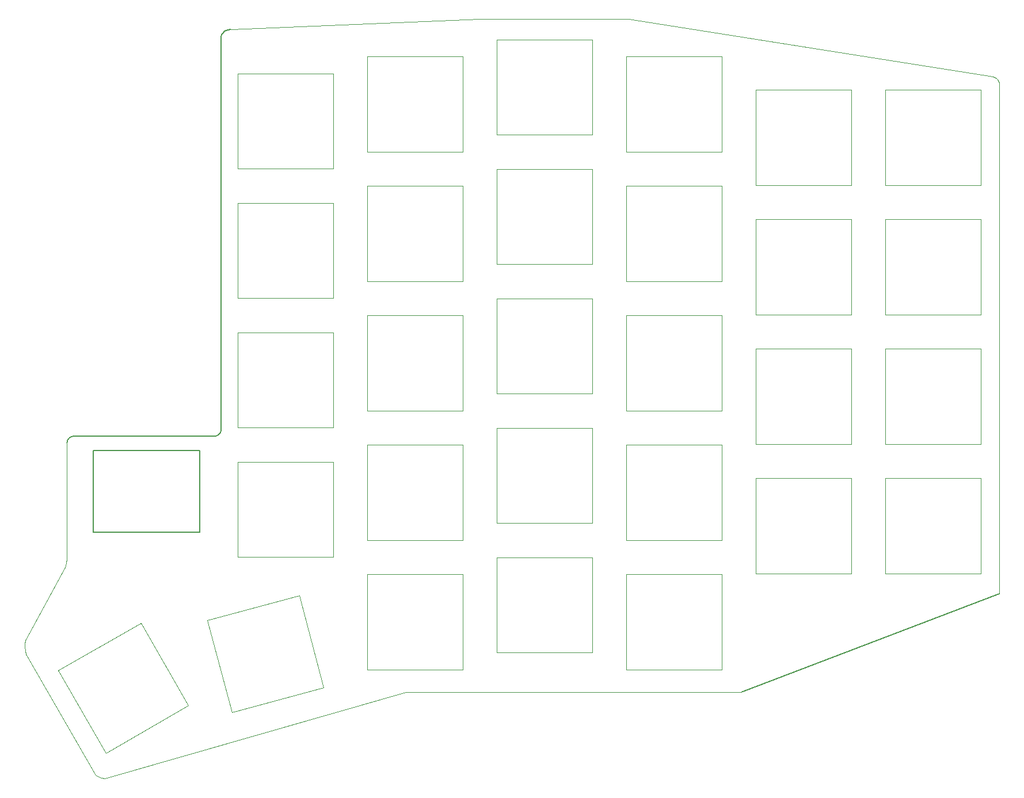
<source format=gbr>
G04 #@! TF.GenerationSoftware,KiCad,Pcbnew,(5.1.9-0-10_14)*
G04 #@! TF.CreationDate,2021-03-05T16:55:28-07:00*
G04 #@! TF.ProjectId,SofleKeyboardTopPlate,536f666c-654b-4657-9962-6f617264546f,rev?*
G04 #@! TF.SameCoordinates,Original*
G04 #@! TF.FileFunction,Profile,NP*
%FSLAX46Y46*%
G04 Gerber Fmt 4.6, Leading zero omitted, Abs format (unit mm)*
G04 Created by KiCad (PCBNEW (5.1.9-0-10_14)) date 2021-03-05 16:55:28*
%MOMM*%
%LPD*%
G01*
G04 APERTURE LIST*
G04 #@! TA.AperFunction,Profile*
%ADD10C,0.150000*%
G04 #@! TD*
G04 #@! TA.AperFunction,Profile*
%ADD11C,0.100000*%
G04 #@! TD*
G04 #@! TA.AperFunction,Profile*
%ADD12C,0.120000*%
G04 #@! TD*
G04 APERTURE END LIST*
D10*
X112995000Y-38000000D02*
X113395000Y-37900000D01*
X112695000Y-38100000D02*
X112995000Y-38000000D01*
X112495000Y-38200000D02*
X112695000Y-38100000D01*
X112295000Y-38400000D02*
X112495000Y-38200000D01*
X112095000Y-38700000D02*
X112295000Y-38400000D01*
X111995000Y-39045000D02*
X112095000Y-38700000D01*
X111995000Y-96800000D02*
G75*
G02*
X110995000Y-97800000I-1000000J0D01*
G01*
X89300000Y-98800000D02*
G75*
G02*
X90300000Y-97800000I1000000J0D01*
G01*
X108795000Y-111945000D02*
X108795000Y-105945000D01*
X93195000Y-111945000D02*
X108795000Y-111945000D01*
X93195000Y-99945000D02*
X93195000Y-111945000D01*
X108795000Y-99945000D02*
X93195000Y-99945000D01*
X108795000Y-105945000D02*
X108795000Y-99945000D01*
X111995000Y-96800000D02*
X111995000Y-39045000D01*
X90300000Y-97800000D02*
X110995000Y-97800000D01*
D11*
X225856871Y-45026466D02*
X226021621Y-45140600D01*
X89270257Y-115845000D02*
X89300000Y-98800000D01*
X226163321Y-45280582D02*
X226278881Y-45442807D01*
X149995000Y-36445000D02*
X171945000Y-36445000D01*
X226021621Y-45140600D02*
X226163321Y-45280582D01*
X139149128Y-135445000D02*
X94895000Y-148195000D01*
X83095000Y-128345000D02*
X83195000Y-127845000D01*
X83295000Y-129845000D02*
X83145000Y-129345000D01*
X139149128Y-135445000D02*
X188495000Y-135445000D01*
X149995000Y-36445000D02*
X113395000Y-37900000D01*
X226365281Y-45623672D02*
X226419381Y-45819571D01*
X83195000Y-127845000D02*
X88995000Y-117095000D01*
X226419381Y-45819571D02*
X226438181Y-46026902D01*
X226438181Y-46026902D02*
X226465181Y-120945000D01*
X225470441Y-44890146D02*
X225672111Y-44941776D01*
X93545000Y-147645000D02*
X93895000Y-147945000D01*
X83095000Y-128745000D02*
X83095000Y-128345000D01*
X89195000Y-116495000D02*
X88995000Y-117095000D01*
D10*
X226465181Y-120945000D02*
X188495000Y-135445000D01*
D11*
X225672111Y-44941776D02*
X225856871Y-45026466D01*
X93895000Y-147945000D02*
X94345000Y-148095000D01*
X83145000Y-129345000D02*
X83095000Y-128745000D01*
X94345000Y-148095000D02*
X94895000Y-148195000D01*
X89270257Y-115845000D02*
X89195000Y-116495000D01*
X171945000Y-36445000D02*
X225470441Y-44890146D01*
X93545000Y-147645000D02*
X83295000Y-129845000D01*
X226278881Y-45442807D02*
X226365281Y-45623672D01*
D12*
X209697800Y-103991400D02*
X209697800Y-117991400D01*
X209697800Y-117991400D02*
X223697800Y-117991400D01*
X223697800Y-117991400D02*
X223697800Y-103991400D01*
X223697800Y-103991400D02*
X209697800Y-103991400D01*
X88045622Y-132279222D02*
X95045622Y-144403578D01*
X100169978Y-125279222D02*
X88045622Y-132279222D01*
X107169978Y-137403578D02*
X100169978Y-125279222D01*
X95045622Y-144403578D02*
X107169978Y-137403578D01*
X113548053Y-138414614D02*
X127071014Y-134791147D01*
X109924586Y-124891653D02*
X113548053Y-138414614D01*
X123447547Y-121268186D02*
X109924586Y-124891653D01*
X127071014Y-134791147D02*
X123447547Y-121268186D01*
X114447800Y-101591400D02*
X114447800Y-115591400D01*
X114447800Y-115591400D02*
X128447800Y-115591400D01*
X128447800Y-115591400D02*
X128447800Y-101591400D01*
X128447800Y-101591400D02*
X114447800Y-101591400D01*
X128447800Y-82541400D02*
X114447800Y-82541400D01*
X128447800Y-96541400D02*
X128447800Y-82541400D01*
X114447800Y-96541400D02*
X128447800Y-96541400D01*
X114447800Y-82541400D02*
X114447800Y-96541400D01*
X114447800Y-63491400D02*
X114447800Y-77491400D01*
X114447800Y-77491400D02*
X128447800Y-77491400D01*
X128447800Y-77491400D02*
X128447800Y-63491400D01*
X128447800Y-63491400D02*
X114447800Y-63491400D01*
X128447800Y-44441400D02*
X114447800Y-44441400D01*
X128447800Y-58441400D02*
X128447800Y-44441400D01*
X114447800Y-58441400D02*
X128447800Y-58441400D01*
X114447800Y-44441400D02*
X114447800Y-58441400D01*
X133497800Y-118141400D02*
X133497800Y-132141400D01*
X133497800Y-132141400D02*
X147497800Y-132141400D01*
X147497800Y-132141400D02*
X147497800Y-118141400D01*
X147497800Y-118141400D02*
X133497800Y-118141400D01*
X147497800Y-99091400D02*
X133497800Y-99091400D01*
X147497800Y-113091400D02*
X147497800Y-99091400D01*
X133497800Y-113091400D02*
X147497800Y-113091400D01*
X133497800Y-99091400D02*
X133497800Y-113091400D01*
X133497800Y-80041400D02*
X133497800Y-94041400D01*
X133497800Y-94041400D02*
X147497800Y-94041400D01*
X147497800Y-94041400D02*
X147497800Y-80041400D01*
X147497800Y-80041400D02*
X133497800Y-80041400D01*
X147497800Y-60991400D02*
X133497800Y-60991400D01*
X147497800Y-74991400D02*
X147497800Y-60991400D01*
X133497800Y-74991400D02*
X147497800Y-74991400D01*
X133497800Y-60991400D02*
X133497800Y-74991400D01*
X133497800Y-41941400D02*
X133497800Y-55941400D01*
X133497800Y-55941400D02*
X147497800Y-55941400D01*
X147497800Y-55941400D02*
X147497800Y-41941400D01*
X147497800Y-41941400D02*
X133497800Y-41941400D01*
X166547800Y-115641400D02*
X152547800Y-115641400D01*
X166547800Y-129641400D02*
X166547800Y-115641400D01*
X152547800Y-129641400D02*
X166547800Y-129641400D01*
X152547800Y-115641400D02*
X152547800Y-129641400D01*
X152547800Y-96591400D02*
X152547800Y-110591400D01*
X152547800Y-110591400D02*
X166547800Y-110591400D01*
X166547800Y-110591400D02*
X166547800Y-96591400D01*
X166547800Y-96591400D02*
X152547800Y-96591400D01*
X166547800Y-77541400D02*
X152547800Y-77541400D01*
X166547800Y-91541400D02*
X166547800Y-77541400D01*
X152547800Y-91541400D02*
X166547800Y-91541400D01*
X152547800Y-77541400D02*
X152547800Y-91541400D01*
X152547800Y-58491400D02*
X152547800Y-72491400D01*
X152547800Y-72491400D02*
X166547800Y-72491400D01*
X166547800Y-72491400D02*
X166547800Y-58491400D01*
X166547800Y-58491400D02*
X152547800Y-58491400D01*
X166547800Y-39441400D02*
X152547800Y-39441400D01*
X166547800Y-53441400D02*
X166547800Y-39441400D01*
X152547800Y-53441400D02*
X166547800Y-53441400D01*
X152547800Y-39441400D02*
X152547800Y-53441400D01*
X171597800Y-118141400D02*
X171597800Y-132141400D01*
X171597800Y-132141400D02*
X185597800Y-132141400D01*
X185597800Y-132141400D02*
X185597800Y-118141400D01*
X185597800Y-118141400D02*
X171597800Y-118141400D01*
X185597800Y-99091400D02*
X171597800Y-99091400D01*
X185597800Y-113091400D02*
X185597800Y-99091400D01*
X171597800Y-113091400D02*
X185597800Y-113091400D01*
X171597800Y-99091400D02*
X171597800Y-113091400D01*
X171597800Y-80041400D02*
X171597800Y-94041400D01*
X171597800Y-94041400D02*
X185597800Y-94041400D01*
X185597800Y-94041400D02*
X185597800Y-80041400D01*
X185597800Y-80041400D02*
X171597800Y-80041400D01*
X185597800Y-60991400D02*
X171597800Y-60991400D01*
X185597800Y-74991400D02*
X185597800Y-60991400D01*
X171597800Y-74991400D02*
X185597800Y-74991400D01*
X171597800Y-60991400D02*
X171597800Y-74991400D01*
X171597800Y-41941400D02*
X171597800Y-55941400D01*
X171597800Y-55941400D02*
X185597800Y-55941400D01*
X185597800Y-55941400D02*
X185597800Y-41941400D01*
X185597800Y-41941400D02*
X171597800Y-41941400D01*
X190647800Y-103991400D02*
X190647800Y-117991400D01*
X190647800Y-117991400D02*
X204647800Y-117991400D01*
X204647800Y-117991400D02*
X204647800Y-103991400D01*
X204647800Y-103991400D02*
X190647800Y-103991400D01*
X223697800Y-84941400D02*
X209697800Y-84941400D01*
X223697800Y-98941400D02*
X223697800Y-84941400D01*
X209697800Y-98941400D02*
X223697800Y-98941400D01*
X209697800Y-84941400D02*
X209697800Y-98941400D01*
X190647800Y-84941400D02*
X190647800Y-98941400D01*
X190647800Y-98941400D02*
X204647800Y-98941400D01*
X204647800Y-98941400D02*
X204647800Y-84941400D01*
X204647800Y-84941400D02*
X190647800Y-84941400D01*
X223697800Y-65891400D02*
X209697800Y-65891400D01*
X223697800Y-79891400D02*
X223697800Y-65891400D01*
X209697800Y-79891400D02*
X223697800Y-79891400D01*
X209697800Y-65891400D02*
X209697800Y-79891400D01*
X190647800Y-65891400D02*
X190647800Y-79891400D01*
X190647800Y-79891400D02*
X204647800Y-79891400D01*
X204647800Y-79891400D02*
X204647800Y-65891400D01*
X204647800Y-65891400D02*
X190647800Y-65891400D01*
X204647800Y-46841400D02*
X190647800Y-46841400D01*
X204647800Y-60841400D02*
X204647800Y-46841400D01*
X190647800Y-60841400D02*
X204647800Y-60841400D01*
X190647800Y-46841400D02*
X190647800Y-60841400D01*
X209697800Y-46841400D02*
X209697800Y-60841400D01*
X209697800Y-60841400D02*
X223697800Y-60841400D01*
X223697800Y-60841400D02*
X223697800Y-46841400D01*
X223697800Y-46841400D02*
X209697800Y-46841400D01*
M02*

</source>
